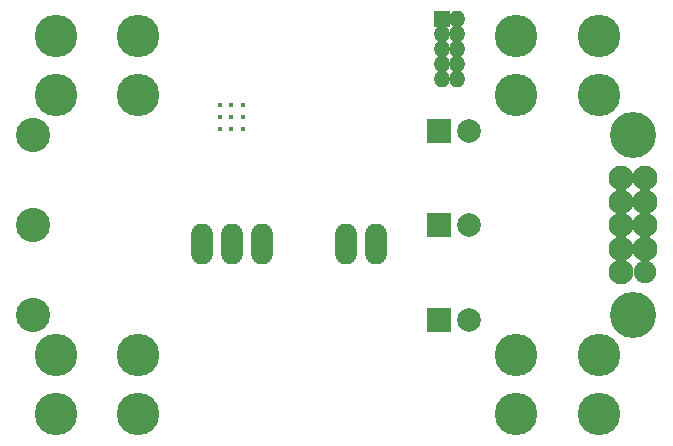
<source format=gbs>
G04 #@! TF.GenerationSoftware,KiCad,Pcbnew,(5.0.0)*
G04 #@! TF.CreationDate,2018-11-03T21:02:49-02:30*
G04 #@! TF.ProjectId,DC-DC Board Micro,44432D444320426F617264204D696372,rev?*
G04 #@! TF.SameCoordinates,Original*
G04 #@! TF.FileFunction,Soldermask,Bot*
G04 #@! TF.FilePolarity,Negative*
%FSLAX46Y46*%
G04 Gerber Fmt 4.6, Leading zero omitted, Abs format (unit mm)*
G04 Created by KiCad (PCBNEW (5.0.0)) date 11/03/18 21:02:49*
%MOMM*%
%LPD*%
G01*
G04 APERTURE LIST*
%ADD10R,2.000000X2.000000*%
%ADD11C,2.000000*%
%ADD12O,1.841500X3.479800*%
%ADD13C,3.600000*%
%ADD14R,1.400000X1.400000*%
%ADD15O,1.400000X1.400000*%
%ADD16C,1.900000*%
%ADD17C,2.100000*%
%ADD18C,3.900000*%
%ADD19C,2.900000*%
%ADD20C,0.400000*%
G04 APERTURE END LIST*
D10*
G04 #@! TO.C,C7*
X109000000Y-50000000D03*
D11*
X111500000Y-50000000D03*
G04 #@! TD*
D12*
G04 #@! TO.C,J4*
X91440000Y-51562000D03*
X93980000Y-51562000D03*
X88900000Y-51562000D03*
G04 #@! TD*
D13*
G04 #@! TO.C,J1*
X76495000Y-61000000D03*
X83505000Y-61000000D03*
X83505000Y-66000000D03*
X76495000Y-66000000D03*
G04 #@! TD*
G04 #@! TO.C,J2*
X76495000Y-34000000D03*
X83505000Y-34000000D03*
X83505000Y-39000000D03*
X76495000Y-39000000D03*
G04 #@! TD*
D10*
G04 #@! TO.C,C6*
X109000000Y-58000000D03*
D11*
X111500000Y-58000000D03*
G04 #@! TD*
D10*
G04 #@! TO.C,C8*
X109000000Y-42000000D03*
D11*
X111500000Y-42000000D03*
G04 #@! TD*
D12*
G04 #@! TO.C,J3*
X101092000Y-51562000D03*
X103632000Y-51562000D03*
G04 #@! TD*
D13*
G04 #@! TO.C,J5*
X122505000Y-66000000D03*
X115495000Y-66000000D03*
X115495000Y-61000000D03*
X122505000Y-61000000D03*
G04 #@! TD*
G04 #@! TO.C,J6*
X122505000Y-34000000D03*
X115495000Y-34000000D03*
X115495000Y-39000000D03*
X122505000Y-39000000D03*
G04 #@! TD*
D14*
G04 #@! TO.C,J8*
X109220000Y-32512000D03*
D15*
X110490000Y-32512000D03*
X109220000Y-33782000D03*
X110490000Y-33782000D03*
X109220000Y-35052000D03*
X110490000Y-35052000D03*
X109220000Y-36322000D03*
X110490000Y-36322000D03*
X109220000Y-37592000D03*
X110490000Y-37592000D03*
G04 #@! TD*
D16*
G04 #@! TO.C,U2*
X126400000Y-54000000D03*
D17*
X124400000Y-54000000D03*
X124400000Y-52000000D03*
X126400000Y-52000000D03*
X124400000Y-50000000D03*
X126400000Y-50000000D03*
X126400000Y-48000000D03*
X124400000Y-48000000D03*
X126400000Y-46000000D03*
X124400000Y-46000000D03*
D18*
X125400000Y-57620000D03*
X125400000Y-42380000D03*
D19*
X74600000Y-57620000D03*
X74600000Y-50000000D03*
X74600000Y-42380000D03*
G04 #@! TD*
D20*
G04 #@! TO.C,U4*
X90380000Y-41850000D03*
X90380000Y-40850000D03*
X90380000Y-39850000D03*
X91380000Y-41850000D03*
X91380000Y-40849999D03*
X91380000Y-39850000D03*
X92380000Y-41850000D03*
X92380000Y-40850000D03*
X92380000Y-39850000D03*
G04 #@! TD*
M02*

</source>
